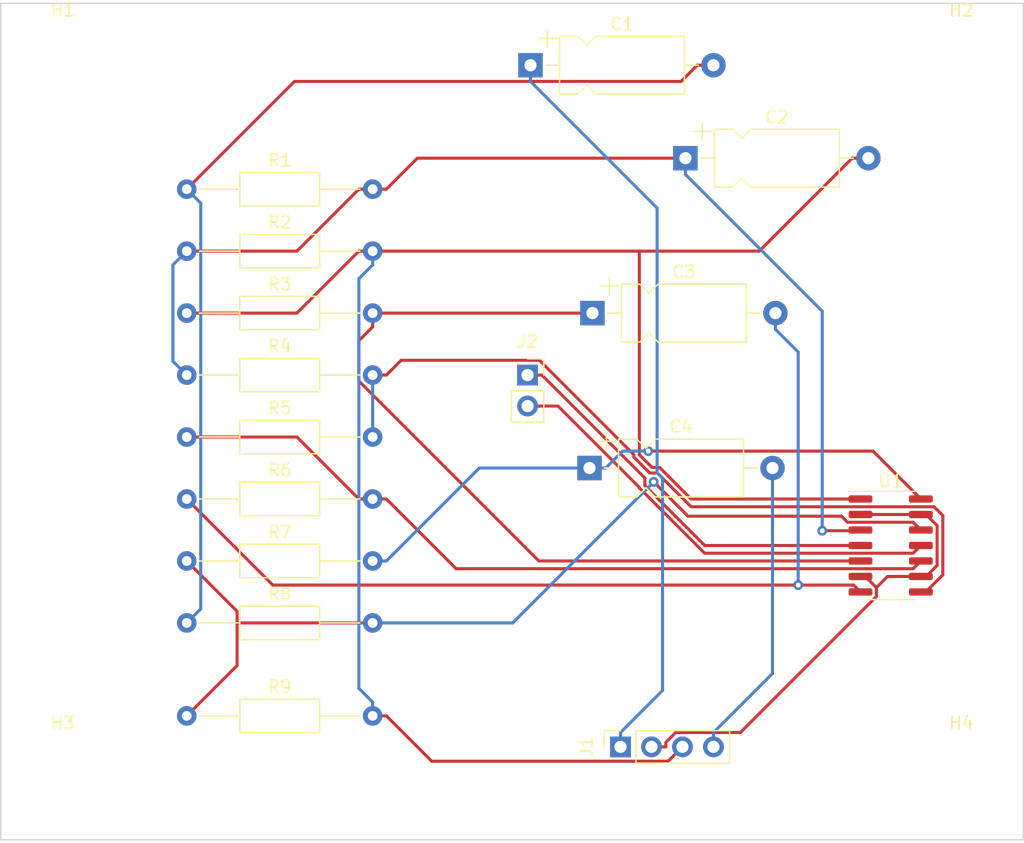
<source format=kicad_pcb>
(kicad_pcb (version 20221018) (generator pcbnew)
  (layers (0 "F.Cu" signal) (31 "B.Cu" signal) (34 "B.Paste" user) (35 "F.Paste" user) (36 "B.SilkS" user "B.Silkscreen") (37 "F.SilkS" user "F.Silkscreen") (38 "B.Mask" user) (39 "F.Mask" user) (44 "Edge.Cuts" user))
  (net 0 "")
  (net 1 "Net-(J1-Pin_1)")
  (net 2 "Net-(C1-Pad2)")
  (net 3 "Net-(U1A-+)")
  (net 4 "Net-(J1-Pin_3)")
  (net 5 "Net-(U1B-+)")
  (net 6 "Net-(C3-Pad2)")
  (net 7 "Net-(C4-Pad1)")
  (net 8 "Net-(J1-Pin_4)")
  (net 9 "GND")
  (net 10 "Net-(R4-Pad2)")
  (net 11 "Net-(U1C-+)")
  (net 12 "Net-(U1D-+)")
  (net 13 "Net-(J2-Pin_1)")
  (net 14 "Net-(J2-Pin_2)")
  (footprint "Resistor_THT:R_Axial_DIN0207_L6.3mm_D2.5mm_P15.24mm_Horizontal" (layer "F.Cu") (at 119.38 127)
    (fp_text reference "R9" (at 7.62 -2.37) (layer "F.SilkS"))
    (fp_text value "1.6M")
    (fp_line (start 1.04 0) (end 4.35 0) (stroke (width 0.12)) (layer "F.SilkS"))
    (fp_line (start 4.35 -1.37) (end 4.35 1.37) (stroke (width 0.12)) (layer "F.SilkS"))
    (fp_line (start 4.35 1.37) (end 10.89 1.37) (stroke (width 0.12)) (layer "F.SilkS"))
    (fp_line (start 10.89 -1.37) (end 4.35 -1.37) (stroke (width 0.12)) (layer "F.SilkS"))
    (fp_line (start 10.89 1.37) (end 10.89 -1.37) (stroke (width 0.12)) (layer "F.SilkS"))
    (fp_line (start 14.2 0) (end 10.89 0) (stroke (width 0.12)) (layer "F.SilkS"))
    (pad "1" thru_hole circle (at 0 0) (size 1.6 1.6) (drill 0.8) (layers "*.Cu" "*.Mask") (net 12 "Net-(U1D-+)"))
    (pad "2" thru_hole oval (at 15.24 0) (size 1.6 1.6) (drill 0.8) (layers "*.Cu" "*.Mask") (net 4 "Net-(J1-Pin_3)"))
  )
  (footprint "Resistor_THT:R_Axial_DIN0207_L6.3mm_D2.5mm_P15.24mm_Horizontal" (layer "F.Cu") (at 119.38 119.38)
    (fp_text reference "R8" (at 7.62 -2.37) (layer "F.SilkS"))
    (fp_text value "1.6M")
    (fp_line (start 1.04 0) (end 4.35 0) (stroke (width 0.12)) (layer "F.SilkS"))
    (fp_line (start 4.35 -1.37) (end 4.35 1.37) (stroke (width 0.12)) (layer "F.SilkS"))
    (fp_line (start 4.35 1.37) (end 10.89 1.37) (stroke (width 0.12)) (layer "F.SilkS"))
    (fp_line (start 10.89 -1.37) (end 4.35 -1.37) (stroke (width 0.12)) (layer "F.SilkS"))
    (fp_line (start 10.89 1.37) (end 10.89 -1.37) (stroke (width 0.12)) (layer "F.SilkS"))
    (fp_line (start 14.2 0) (end 10.89 0) (stroke (width 0.12)) (layer "F.SilkS"))
    (pad "1" thru_hole circle (at 0 0) (size 1.6 1.6) (drill 0.8) (layers "*.Cu" "*.Mask") (net 2 "Net-(C1-Pad2)"))
    (pad "2" thru_hole oval (at 15.24 0) (size 1.6 1.6) (drill 0.8) (layers "*.Cu" "*.Mask") (net 12 "Net-(U1D-+)"))
  )
  (footprint "Resistor_THT:R_Axial_DIN0207_L6.3mm_D2.5mm_P15.24mm_Horizontal" (layer "F.Cu") (at 119.38 109.22)
    (fp_text reference "R6" (at 7.62 -2.37) (layer "F.SilkS"))
    (fp_text value "100k")
    (fp_line (start 1.04 0) (end 4.35 0) (stroke (width 0.12)) (layer "F.SilkS"))
    (fp_line (start 4.35 -1.37) (end 4.35 1.37) (stroke (width 0.12)) (layer "F.SilkS"))
    (fp_line (start 4.35 1.37) (end 10.89 1.37) (stroke (width 0.12)) (layer "F.SilkS"))
    (fp_line (start 10.89 -1.37) (end 4.35 -1.37) (stroke (width 0.12)) (layer "F.SilkS"))
    (fp_line (start 10.89 1.37) (end 10.89 -1.37) (stroke (width 0.12)) (layer "F.SilkS"))
    (fp_line (start 14.2 0) (end 10.89 0) (stroke (width 0.12)) (layer "F.SilkS"))
    (pad "1" thru_hole circle (at 0 0) (size 1.6 1.6) (drill 0.8) (layers "*.Cu" "*.Mask") (net 6 "Net-(C3-Pad2)"))
    (pad "2" thru_hole oval (at 15.24 0) (size 1.6 1.6) (drill 0.8) (layers "*.Cu" "*.Mask") (net 11 "Net-(U1C-+)"))
  )
  (footprint "Connector_PinSocket_2.54mm:PinSocket_1x02_P2.54mm_Vertical" (layer "F.Cu") (at 147.32 99.06)
    (fp_text reference "J2" (at 0 -2.77) (layer "F.SilkS"))
    (fp_text value "Conn_01x02_Socket")
    (fp_line (start -1.33 1.27) (end -1.33 3.87) (stroke (width 0.12)) (layer "F.SilkS"))
    (fp_line (start -1.33 1.27) (end 1.33 1.27) (stroke (width 0.12)) (layer "F.SilkS"))
    (fp_line (start -1.33 3.87) (end 1.33 3.87) (stroke (width 0.12)) (layer "F.SilkS"))
    (fp_line (start 0 -1.33) (end 1.33 -1.33) (stroke (width 0.12)) (layer "F.SilkS"))
    (fp_line (start 1.33 -1.33) (end 1.33 0) (stroke (width 0.12)) (layer "F.SilkS"))
    (fp_line (start 1.33 1.27) (end 1.33 3.87) (stroke (width 0.12)) (layer "F.SilkS"))
    (pad "1" thru_hole rect (at 0 0) (size 1.7 1.7) (drill 1) (layers "*.Cu" "*.Mask") (net 13 "Net-(J2-Pin_1)"))
    (pad "2" thru_hole oval (at 0 2.54) (size 1.7 1.7) (drill 1) (layers "*.Cu" "*.Mask") (net 14 "Net-(J2-Pin_2)"))
  )
  (footprint "Resistor_THT:R_Axial_DIN0207_L6.3mm_D2.5mm_P15.24mm_Horizontal" (layer "F.Cu") (at 119.38 99.06)
    (fp_text reference "R4" (at 7.62 -2.37) (layer "F.SilkS"))
    (fp_text value "160k")
    (fp_line (start 1.04 0) (end 4.35 0) (stroke (width 0.12)) (layer "F.SilkS"))
    (fp_line (start 4.35 -1.37) (end 4.35 1.37) (stroke (width 0.12)) (layer "F.SilkS"))
    (fp_line (start 4.35 1.37) (end 10.89 1.37) (stroke (width 0.12)) (layer "F.SilkS"))
    (fp_line (start 10.89 -1.37) (end 4.35 -1.37) (stroke (width 0.12)) (layer "F.SilkS"))
    (fp_line (start 10.89 1.37) (end 10.89 -1.37) (stroke (width 0.12)) (layer "F.SilkS"))
    (fp_line (start 14.2 0) (end 10.89 0) (stroke (width 0.12)) (layer "F.SilkS"))
    (pad "1" thru_hole circle (at 0 0) (size 1.6 1.6) (drill 0.8) (layers "*.Cu" "*.Mask") (net 3 "Net-(U1A-+)"))
    (pad "2" thru_hole oval (at 15.24 0) (size 1.6 1.6) (drill 0.8) (layers "*.Cu" "*.Mask") (net 10 "Net-(R4-Pad2)"))
  )
  (footprint "MountingHole:MountingHole_3.5mm" (layer "F.Cu") (at 109.22 132.08)
    (fp_text reference "H3" (at 0 -4.5) (layer "F.SilkS"))
    (fp_text value "MountingHole")
    (pad "" np_thru_hole circle (at 0 0) (size 3.5 3.5) (drill 3.5) (layers "*.Cu" "*.Mask"))
  )
  (footprint "Resistor_THT:R_Axial_DIN0207_L6.3mm_D2.5mm_P15.24mm_Horizontal" (layer "F.Cu") (at 119.38 93.98)
    (fp_text reference "R3" (at 7.62 -2.37) (layer "F.SilkS"))
    (fp_text value "160k")
    (fp_line (start 1.04 0) (end 4.35 0) (stroke (width 0.12)) (layer "F.SilkS"))
    (fp_line (start 4.35 -1.37) (end 4.35 1.37) (stroke (width 0.12)) (layer "F.SilkS"))
    (fp_line (start 4.35 1.37) (end 10.89 1.37) (stroke (width 0.12)) (layer "F.SilkS"))
    (fp_line (start 10.89 -1.37) (end 4.35 -1.37) (stroke (width 0.12)) (layer "F.SilkS"))
    (fp_line (start 10.89 1.37) (end 10.89 -1.37) (stroke (width 0.12)) (layer "F.SilkS"))
    (fp_line (start 14.2 0) (end 10.89 0) (stroke (width 0.12)) (layer "F.SilkS"))
    (pad "1" thru_hole circle (at 0 0) (size 1.6 1.6) (drill 0.8) (layers "*.Cu" "*.Mask") (net 4 "Net-(J1-Pin_3)"))
    (pad "2" thru_hole oval (at 15.24 0) (size 1.6 1.6) (drill 0.8) (layers "*.Cu" "*.Mask") (net 5 "Net-(U1B-+)"))
  )
  (footprint "Resistor_THT:R_Axial_DIN0207_L6.3mm_D2.5mm_P15.24mm_Horizontal" (layer "F.Cu") (at 119.38 104.14)
    (fp_text reference "R5" (at 7.62 -2.37) (layer "F.SilkS"))
    (fp_text value "100k")
    (fp_line (start 1.04 0) (end 4.35 0) (stroke (width 0.12)) (layer "F.SilkS"))
    (fp_line (start 4.35 -1.37) (end 4.35 1.37) (stroke (width 0.12)) (layer "F.SilkS"))
    (fp_line (start 4.35 1.37) (end 10.89 1.37) (stroke (width 0.12)) (layer "F.SilkS"))
    (fp_line (start 10.89 -1.37) (end 4.35 -1.37) (stroke (width 0.12)) (layer "F.SilkS"))
    (fp_line (start 10.89 1.37) (end 10.89 -1.37) (stroke (width 0.12)) (layer "F.SilkS"))
    (fp_line (start 14.2 0) (end 10.89 0) (stroke (width 0.12)) (layer "F.SilkS"))
    (pad "1" thru_hole circle (at 0 0) (size 1.6 1.6) (drill 0.8) (layers "*.Cu" "*.Mask") (net 11 "Net-(U1C-+)"))
    (pad "2" thru_hole oval (at 15.24 0) (size 1.6 1.6) (drill 0.8) (layers "*.Cu" "*.Mask") (net 10 "Net-(R4-Pad2)"))
  )
  (footprint "Resistor_THT:R_Axial_DIN0207_L6.3mm_D2.5mm_P15.24mm_Horizontal" (layer "F.Cu") (at 119.38 114.3)
    (fp_text reference "R7" (at 7.62 -2.37) (layer "F.SilkS"))
    (fp_text value "1.6M")
    (fp_line (start 1.04 0) (end 4.35 0) (stroke (width 0.12)) (layer "F.SilkS"))
    (fp_line (start 4.35 -1.37) (end 4.35 1.37) (stroke (width 0.12)) (layer "F.SilkS"))
    (fp_line (start 4.35 1.37) (end 10.89 1.37) (stroke (width 0.12)) (layer "F.SilkS"))
    (fp_line (start 10.89 -1.37) (end 4.35 -1.37) (stroke (width 0.12)) (layer "F.SilkS"))
    (fp_line (start 10.89 1.37) (end 10.89 -1.37) (stroke (width 0.12)) (layer "F.SilkS"))
    (fp_line (start 14.2 0) (end 10.89 0) (stroke (width 0.12)) (layer "F.SilkS"))
    (pad "1" thru_hole circle (at 0 0) (size 1.6 1.6) (drill 0.8) (layers "*.Cu" "*.Mask") (net 12 "Net-(U1D-+)"))
    (pad "2" thru_hole oval (at 15.24 0) (size 1.6 1.6) (drill 0.8) (layers "*.Cu" "*.Mask") (net 7 "Net-(C4-Pad1)"))
  )
  (footprint "MountingHole:MountingHole_3.5mm" (layer "F.Cu") (at 109.22 73.66)
    (fp_text reference "H1" (at 0 -4.5) (layer "F.SilkS"))
    (fp_text value "MountingHole")
    (pad "" np_thru_hole circle (at 0 0) (size 3.5 3.5) (drill 3.5) (layers "*.Cu" "*.Mask"))
  )
  (footprint "Resistor_THT:R_Axial_DIN0207_L6.3mm_D2.5mm_P15.24mm_Horizontal" (layer "F.Cu") (at 119.38 88.9)
    (fp_text reference "R2" (at 7.62 -2.37) (layer "F.SilkS"))
    (fp_text value "160k")
    (fp_line (start 1.04 0) (end 4.35 0) (stroke (width 0.12)) (layer "F.SilkS"))
    (fp_line (start 4.35 -1.37) (end 4.35 1.37) (stroke (width 0.12)) (layer "F.SilkS"))
    (fp_line (start 4.35 1.37) (end 10.89 1.37) (stroke (width 0.12)) (layer "F.SilkS"))
    (fp_line (start 10.89 -1.37) (end 4.35 -1.37) (stroke (width 0.12)) (layer "F.SilkS"))
    (fp_line (start 10.89 1.37) (end 10.89 -1.37) (stroke (width 0.12)) (layer "F.SilkS"))
    (fp_line (start 14.2 0) (end 10.89 0) (stroke (width 0.12)) (layer "F.SilkS"))
    (pad "1" thru_hole circle (at 0 0) (size 1.6 1.6) (drill 0.8) (layers "*.Cu" "*.Mask") (net 3 "Net-(U1A-+)"))
    (pad "2" thru_hole oval (at 15.24 0) (size 1.6 1.6) (drill 0.8) (layers "*.Cu" "*.Mask") (net 4 "Net-(J1-Pin_3)"))
  )
  (footprint "Package_SO:SO-14_3.9x8.65mm_P1.27mm" (layer "F.Cu") (at 177.09 113.03)
    (fp_text reference "U1" (at 0 -5.28) (layer "F.SilkS"))
    (fp_text value "LM324")
    (fp_line (start 0 -4.435) (end -3.45 -4.435) (stroke (width 0.12)) (layer "F.SilkS"))
    (fp_line (start 0 -4.435) (end 1.95 -4.435) (stroke (width 0.12)) (layer "F.SilkS"))
    (fp_line (start 0 4.435) (end -1.95 4.435) (stroke (width 0.12)) (layer "F.SilkS"))
    (fp_line (start 0 4.435) (end 1.95 4.435) (stroke (width 0.12)) (layer "F.SilkS"))
    (pad "1" smd roundrect (at -2.475 -3.81) (size 1.95 0.6) (layers "F.Cu" "F.Paste" "F.Mask") (net 4 "Net-(J1-Pin_3)"))
    (pad "2" smd roundrect (at -2.475 -2.54) (size 1.95 0.6) (layers "F.Cu" "F.Paste" "F.Mask") (net 9 "GND"))
    (pad "3" smd roundrect (at -2.475 -1.27) (size 1.95 0.6) (layers "F.Cu" "F.Paste" "F.Mask") (net 3 "Net-(U1A-+)"))
    (pad "4" smd roundrect (at -2.475 0) (size 1.95 0.6) (layers "F.Cu" "F.Paste" "F.Mask") (net 13 "Net-(J2-Pin_1)"))
    (pad "5" smd roundrect (at -2.475 1.27) (size 1.95 0.6) (layers "F.Cu" "F.Paste" "F.Mask") (net 5 "Net-(U1B-+)"))
    (pad "6" smd roundrect (at -2.475 2.54) (size 1.95 0.6) (layers "F.Cu" "F.Paste" "F.Mask") (net 9 "GND"))
    (pad "7" smd roundrect (at -2.475 3.81) (size 1.95 0.6) (layers "F.Cu" "F.Paste" "F.Mask") (net 6 "Net-(C3-Pad2)"))
    (pad "8" smd roundrect (at 2.475 3.81) (size 1.95 0.6) (layers "F.Cu" "F.Paste" "F.Mask") (net 10 "Net-(R4-Pad2)"))
    (pad "9" smd roundrect (at 2.475 2.54) (size 1.95 0.6) (layers "F.Cu" "F.Paste" "F.Mask") (net 9 "GND"))
    (pad "10" smd roundrect (at 2.475 1.27) (size 1.95 0.6) (layers "F.Cu" "F.Paste" "F.Mask") (net 11 "Net-(U1C-+)"))
    (pad "11" smd roundrect (at 2.475 0) (size 1.95 0.6) (layers "F.Cu" "F.Paste" "F.Mask") (net 14 "Net-(J2-Pin_2)"))
    (pad "12" smd roundrect (at 2.475 -1.27) (size 1.95 0.6) (layers "F.Cu" "F.Paste" "F.Mask") (net 12 "Net-(U1D-+)"))
    (pad "13" smd roundrect (at 2.475 -2.54) (size 1.95 0.6) (layers "F.Cu" "F.Paste" "F.Mask") (net 9 "GND"))
    (pad "14" smd roundrect (at 2.475 -3.81) (size 1.95 0.6) (layers "F.Cu" "F.Paste" "F.Mask") (net 7 "Net-(C4-Pad1)"))
  )
  (footprint "Capacitor_THT:CP_Axial_L10.0mm_D4.5mm_P15.00mm_Horizontal" (layer "F.Cu") (at 152.4 106.68)
    (fp_text reference "C4" (at 7.5 -3.37) (layer "F.SilkS"))
    (fp_text value "10")
    (fp_line (start 0.63 -2.2) (end 2.13 -2.2) (stroke (width 0.12)) (layer "F.SilkS"))
    (fp_line (start 1.24 0) (end 2.38 0) (stroke (width 0.12)) (layer "F.SilkS"))
    (fp_line (start 1.38 -2.95) (end 1.38 -1.45) (stroke (width 0.12)) (layer "F.SilkS"))
    (fp_line (start 2.38 -2.37) (end 2.38 2.37) (stroke (width 0.12)) (layer "F.SilkS"))
    (fp_line (start 2.38 -2.37) (end 3.88 -2.37) (stroke (width 0.12)) (layer "F.SilkS"))
    (fp_line (start 2.38 2.37) (end 3.88 2.37) (stroke (width 0.12)) (layer "F.SilkS"))
    (fp_line (start 3.88 -2.37) (end 4.63 -1.62) (stroke (width 0.12)) (layer "F.SilkS"))
    (fp_line (start 3.88 2.37) (end 4.63 1.62) (stroke (width 0.12)) (layer "F.SilkS"))
    (fp_line (start 4.63 -1.62) (end 5.38 -2.37) (stroke (width 0.12)) (layer "F.SilkS"))
    (fp_line (start 4.63 1.62) (end 5.38 2.37) (stroke (width 0.12)) (layer "F.SilkS"))
    (fp_line (start 5.38 -2.37) (end 12.62 -2.37) (stroke (width 0.12)) (layer "F.SilkS"))
    (fp_line (start 5.38 2.37) (end 12.62 2.37) (stroke (width 0.12)) (layer "F.SilkS"))
    (fp_line (start 12.62 -2.37) (end 12.62 2.37) (stroke (width 0.12)) (layer "F.SilkS"))
    (fp_line (start 13.76 0) (end 12.62 0) (stroke (width 0.12)) (layer "F.SilkS"))
    (pad "1" thru_hole rect (at 0 0) (size 2 2) (drill 1) (layers "*.Cu" "*.Mask") (net 7 "Net-(C4-Pad1)"))
    (pad "2" thru_hole oval (at 15 0) (size 2 2) (drill 1) (layers "*.Cu" "*.Mask") (net 8 "Net-(J1-Pin_4)"))
  )
  (footprint "Capacitor_THT:CP_Axial_L10.0mm_D4.5mm_P15.00mm_Horizontal" (layer "F.Cu") (at 147.56 73.66)
    (fp_text reference "C1" (at 7.5 -3.37) (layer "F.SilkS"))
    (fp_text value "10")
    (fp_line (start 0.63 -2.2) (end 2.13 -2.2) (stroke (width 0.12)) (layer "F.SilkS"))
    (fp_line (start 1.24 0) (end 2.38 0) (stroke (width 0.12)) (layer "F.SilkS"))
    (fp_line (start 1.38 -2.95) (end 1.38 -1.45) (stroke (width 0.12)) (layer "F.SilkS"))
    (fp_line (start 2.38 -2.37) (end 2.38 2.37) (stroke (width 0.12)) (layer "F.SilkS"))
    (fp_line (start 2.38 -2.37) (end 3.88 -2.37) (stroke (width 0.12)) (layer "F.SilkS"))
    (fp_line (start 2.38 2.37) (end 3.88 2.37) (stroke (width 0.12)) (layer "F.SilkS"))
    (fp_line (start 3.88 -2.37) (end 4.63 -1.62) (stroke (width 0.12)) (layer "F.SilkS"))
    (fp_line (start 3.88 2.37) (end 4.63 1.62) (stroke (width 0.12)) (layer "F.SilkS"))
    (fp_line (start 4.63 -1.62) (end 5.38 -2.37) (stroke (width 0.12)) (layer "F.SilkS"))
    (fp_line (start 4.63 1.62) (end 5.38 2.37) (stroke (width 0.12)) (layer "F.SilkS"))
    (fp_line (start 5.38 -2.37) (end 12.62 -2.37) (stroke (width 0.12)) (layer "F.SilkS"))
    (fp_line (start 5.38 2.37) (end 12.62 2.37) (stroke (width 0.12)) (layer "F.SilkS"))
    (fp_line (start 12.62 -2.37) (end 12.62 2.37) (stroke (width 0.12)) (layer "F.SilkS"))
    (fp_line (start 13.76 0) (end 12.62 0) (stroke (width 0.12)) (layer "F.SilkS"))
    (pad "1" thru_hole rect (at 0 0) (size 2 2) (drill 1) (layers "*.Cu" "*.Mask") (net 1 "Net-(J1-Pin_1)"))
    (pad "2" thru_hole oval (at 15 0) (size 2 2) (drill 1) (layers "*.Cu" "*.Mask") (net 2 "Net-(C1-Pad2)"))
  )
  (footprint "Capacitor_THT:CP_Axial_L10.0mm_D4.5mm_P15.00mm_Horizontal" (layer "F.Cu") (at 152.64 93.98)
    (fp_text reference "C3" (at 7.5 -3.37) (layer "F.SilkS"))
    (fp_text value "0.001u")
    (fp_line (start 0.63 -2.2) (end 2.13 -2.2) (stroke (width 0.12)) (layer "F.SilkS"))
    (fp_line (start 1.24 0) (end 2.38 0) (stroke (width 0.12)) (layer "F.SilkS"))
    (fp_line (start 1.38 -2.95) (end 1.38 -1.45) (stroke (width 0.12)) (layer "F.SilkS"))
    (fp_line (start 2.38 -2.37) (end 2.38 2.37) (stroke (width 0.12)) (layer "F.SilkS"))
    (fp_line (start 2.38 -2.37) (end 3.88 -2.37) (stroke (width 0.12)) (layer "F.SilkS"))
    (fp_line (start 2.38 2.37) (end 3.88 2.37) (stroke (width 0.12)) (layer "F.SilkS"))
    (fp_line (start 3.88 -2.37) (end 4.63 -1.62) (stroke (width 0.12)) (layer "F.SilkS"))
    (fp_line (start 3.88 2.37) (end 4.63 1.62) (stroke (width 0.12)) (layer "F.SilkS"))
    (fp_line (start 4.63 -1.62) (end 5.38 -2.37) (stroke (width 0.12)) (layer "F.SilkS"))
    (fp_line (start 4.63 1.62) (end 5.38 2.37) (stroke (width 0.12)) (layer "F.SilkS"))
    (fp_line (start 5.38 -2.37) (end 12.62 -2.37) (stroke (width 0.12)) (layer "F.SilkS"))
    (fp_line (start 5.38 2.37) (end 12.62 2.37) (stroke (width 0.12)) (layer "F.SilkS"))
    (fp_line (start 12.62 -2.37) (end 12.62 2.37) (stroke (width 0.12)) (layer "F.SilkS"))
    (fp_line (start 13.76 0) (end 12.62 0) (stroke (width 0.12)) (layer "F.SilkS"))
    (pad "1" thru_hole rect (at 0 0) (size 2 2) (drill 1) (layers "*.Cu" "*.Mask") (net 5 "Net-(U1B-+)"))
    (pad "2" thru_hole oval (at 15 0) (size 2 2) (drill 1) (layers "*.Cu" "*.Mask") (net 6 "Net-(C3-Pad2)"))
  )
  (footprint "Capacitor_THT:CP_Axial_L10.0mm_D4.5mm_P15.00mm_Horizontal" (layer "F.Cu") (at 160.26 81.28)
    (fp_text reference "C2" (at 7.5 -3.37) (layer "F.SilkS"))
    (fp_text value "0.001u")
    (fp_line (start 0.63 -2.2) (end 2.13 -2.2) (stroke (width 0.12)) (layer "F.SilkS"))
    (fp_line (start 1.24 0) (end 2.38 0) (stroke (width 0.12)) (layer "F.SilkS"))
    (fp_line (start 1.38 -2.95) (end 1.38 -1.45) (stroke (width 0.12)) (layer "F.SilkS"))
    (fp_line (start 2.38 -2.37) (end 2.38 2.37) (stroke (width 0.12)) (layer "F.SilkS"))
    (fp_line (start 2.38 -2.37) (end 3.88 -2.37) (stroke (width 0.12)) (layer "F.SilkS"))
    (fp_line (start 2.38 2.37) (end 3.88 2.37) (stroke (width 0.12)) (layer "F.SilkS"))
    (fp_line (start 3.88 -2.37) (end 4.63 -1.62) (stroke (width 0.12)) (layer "F.SilkS"))
    (fp_line (start 3.88 2.37) (end 4.63 1.62) (stroke (width 0.12)) (layer "F.SilkS"))
    (fp_line (start 4.63 -1.62) (end 5.38 -2.37) (stroke (width 0.12)) (layer "F.SilkS"))
    (fp_line (start 4.63 1.62) (end 5.38 2.37) (stroke (width 0.12)) (layer "F.SilkS"))
    (fp_line (start 5.38 -2.37) (end 12.62 -2.37) (stroke (width 0.12)) (layer "F.SilkS"))
    (fp_line (start 5.38 2.37) (end 12.62 2.37) (stroke (width 0.12)) (layer "F.SilkS"))
    (fp_line (start 12.62 -2.37) (end 12.62 2.37) (stroke (width 0.12)) (layer "F.SilkS"))
    (fp_line (start 13.76 0) (end 12.62 0) (stroke (width 0.12)) (layer "F.SilkS"))
    (pad "1" thru_hole rect (at 0 0) (size 2 2) (drill 1) (layers "*.Cu" "*.Mask") (net 3 "Net-(U1A-+)"))
    (pad "2" thru_hole oval (at 15 0) (size 2 2) (drill 1) (layers "*.Cu" "*.Mask") (net 4 "Net-(J1-Pin_3)"))
  )
  (footprint "Connector_PinSocket_2.54mm:PinSocket_1x04_P2.54mm_Vertical" (layer "F.Cu") (at 154.94 129.54 90)
    (fp_text reference "J1" (at 0 -2.77 90) (layer "F.SilkS"))
    (fp_text value "Conn_01x04_Socket")
    (fp_line (start -1.33 1.27) (end -1.33 8.95) (stroke (width 0.12)) (layer "F.SilkS"))
    (fp_line (start -1.33 1.27) (end 1.33 1.27) (stroke (width 0.12)) (layer "F.SilkS"))
    (fp_line (start -1.33 8.95) (end 1.33 8.95) (stroke (width 0.12)) (layer "F.SilkS"))
    (fp_line (start 0 -1.33) (end 1.33 -1.33) (stroke (width 0.12)) (layer "F.SilkS"))
    (fp_line (start 1.33 -1.33) (end 1.33 0) (stroke (width 0.12)) (layer "F.SilkS"))
    (fp_line (start 1.33 1.27) (end 1.33 8.95) (stroke (width 0.12)) (layer "F.SilkS"))
    (pad "1" thru_hole rect (at 0 0 90) (size 1.7 1.7) (drill 1) (layers "*.Cu" "*.Mask") (net 1 "Net-(J1-Pin_1)"))
    (pad "2" thru_hole oval (at 0 2.54 90) (size 1.7 1.7) (drill 1) (layers "*.Cu" "*.Mask") (net 9 "GND"))
    (pad "3" thru_hole oval (at 0 5.08 90) (size 1.7 1.7) (drill 1) (layers "*.Cu" "*.Mask") (net 4 "Net-(J1-Pin_3)"))
    (pad "4" thru_hole oval (at 0 7.62 90) (size 1.7 1.7) (drill 1) (layers "*.Cu" "*.Mask") (net 8 "Net-(J1-Pin_4)"))
  )
  (footprint "Resistor_THT:R_Axial_DIN0207_L6.3mm_D2.5mm_P15.24mm_Horizontal" (layer "F.Cu") (at 119.38 83.82)
    (fp_text reference "R1" (at 7.62 -2.37) (layer "F.SilkS"))
    (fp_text value "1.6M")
    (fp_line (start 1.04 0) (end 4.35 0) (stroke (width 0.12)) (layer "F.SilkS"))
    (fp_line (start 4.35 -1.37) (end 4.35 1.37) (stroke (width 0.12)) (layer "F.SilkS"))
    (fp_line (start 4.35 1.37) (end 10.89 1.37) (stroke (width 0.12)) (layer "F.SilkS"))
    (fp_line (start 10.89 -1.37) (end 4.35 -1.37) (stroke (width 0.12)) (layer "F.SilkS"))
    (fp_line (start 10.89 1.37) (end 10.89 -1.37) (stroke (width 0.12)) (layer "F.SilkS"))
    (fp_line (start 14.2 0) (end 10.89 0) (stroke (width 0.12)) (layer "F.SilkS"))
    (pad "1" thru_hole circle (at 0 0) (size 1.6 1.6) (drill 0.8) (layers "*.Cu" "*.Mask") (net 2 "Net-(C1-Pad2)"))
    (pad "2" thru_hole oval (at 15.24 0) (size 1.6 1.6) (drill 0.8) (layers "*.Cu" "*.Mask") (net 3 "Net-(U1A-+)"))
  )
  (footprint "MountingHole:MountingHole_3.5mm" (layer "F.Cu") (at 182.88 132.08)
    (fp_text reference "H4" (at 0 -4.5) (layer "F.SilkS"))
    (fp_text value "MountingHole")
    (pad "" np_thru_hole circle (at 0 0) (size 3.5 3.5) (drill 3.5) (layers "*.Cu" "*.Mask"))
  )
  (footprint "MountingHole:MountingHole_3.5mm" (layer "F.Cu") (at 182.88 73.66)
    (fp_text reference "H2" (at 0 -4.5) (layer "F.SilkS"))
    (fp_text value "MountingHole")
    (pad "" np_thru_hole circle (at 0 0) (size 3.5 3.5) (drill 3.5) (layers "*.Cu" "*.Mask"))
  )
  (gr_line (start 187.96 137.16) (end 104.14 137.16) (stroke (width 0.1)) (layer "Edge.Cuts"))
  (gr_line (start 104.14 68.58) (end 187.96 68.58) (stroke (width 0.1)) (layer "Edge.Cuts"))
  (gr_line (start 104.14 137.16) (end 104.14 68.58) (stroke (width 0.1)) (layer "Edge.Cuts"))
  (gr_line (start 187.96 68.58) (end 187.96 137.16) (stroke (width 0.1)) (layer "Edge.Cuts"))
  (segment (start 157.9395 107.0688) (end 157.9394 107.0688) (width 0.25) (layer "B.Cu") (net 1))
  (segment (start 154.94 128.3631) (end 158.3878 124.9153) (width 0.25) (layer "B.Cu") (net 1))
  (segment (start 154.94 129.54) (end 154.94 128.3631) (width 0.25) (layer "B.Cu") (net 1))
  (segment (start 157.9394 85.3663) (end 147.56 74.9869) (width 0.25) (layer "B.Cu") (net 1))
  (segment (start 158.3878 124.9153) (end 158.3878 107.5171) (width 0.25) (layer "B.Cu") (net 1))
  (segment (start 157.9394 107.0688) (end 157.9394 85.3663) (width 0.25) (layer "B.Cu") (net 1))
  (segment (start 147.56 73.66) (end 147.56 74.9869) (width 0.25) (layer "B.Cu") (net 1))
  (segment (start 158.3878 107.5171) (end 157.9395 107.0688) (width 0.25) (layer "B.Cu") (net 1))
  (segment (start 162.56 73.66) (end 161.2331 73.66) (width 0.25) (layer "F.Cu") (net 2))
  (segment (start 128.2131 74.9869) (end 119.38 83.82) (width 0.25) (layer "F.Cu") (net 2))
  (segment (start 159.9062 74.9869) (end 128.2131 74.9869) (width 0.25) (layer "F.Cu") (net 2))
  (segment (start 161.2331 73.66) (end 159.9062 74.9869) (width 0.25) (layer "F.Cu") (net 2))
  (segment (start 119.38 83.82) (end 120.5263 84.9663) (width 0.25) (layer "B.Cu") (net 2))
  (segment (start 120.5263 118.2337) (end 119.38 119.38) (width 0.25) (layer "B.Cu") (net 2))
  (segment (start 120.5263 84.9663) (end 120.5263 118.2337) (width 0.25) (layer "B.Cu") (net 2))
  (segment (start 160.26 81.28) (end 138.2869 81.28) (width 0.25) (layer "F.Cu") (net 3))
  (segment (start 138.2869 81.28) (end 135.7469 83.82) (width 0.25) (layer "F.Cu") (net 3))
  (segment (start 128.4131 88.9) (end 119.38 88.9) (width 0.25) (layer "F.Cu") (net 3))
  (segment (start 133.4931 83.82) (end 128.4131 88.9) (width 0.25) (layer "F.Cu") (net 3))
  (segment (start 134.62 83.82) (end 135.7469 83.82) (width 0.25) (layer "F.Cu") (net 3))
  (segment (start 134.62 83.82) (end 133.4931 83.82) (width 0.25) (layer "F.Cu") (net 3))
  (segment (start 174.5552 111.8198) (end 171.4772 111.8198) (width 0.25) (layer "F.Cu") (net 3))
  (segment (start 174.615 111.76) (end 174.5552 111.8198) (width 0.25) (layer "F.Cu") (net 3))
  (via (at 171.4772 111.8198) (size 0.8) (drill 0.4) (layers "F.Cu" "B.Cu") (net 3))
  (segment (start 160.26 82.6069) (end 171.4772 93.8241) (width 0.25) (layer "B.Cu") (net 3))
  (segment (start 118.2429 97.9229) (end 119.38 99.06) (width 0.25) (layer "B.Cu") (net 3))
  (segment (start 119.38 88.9) (end 118.2429 90.0371) (width 0.25) (layer "B.Cu") (net 3))
  (segment (start 160.26 81.28) (end 160.26 82.6069) (width 0.25) (layer "B.Cu") (net 3))
  (segment (start 171.4772 93.8241) (end 171.4772 111.8198) (width 0.25) (layer "B.Cu") (net 3))
  (segment (start 118.2429 90.0371) (end 118.2429 97.9229) (width 0.25) (layer "B.Cu") (net 3))
  (segment (start 158.1492 106.6394) (end 157.5313 106.6394) (width 0.25) (layer "F.Cu") (net 4))
  (segment (start 134.62 127) (end 135.7469 127) (width 0.25) (layer "F.Cu") (net 4))
  (segment (start 156.4856 88.9) (end 166.3131 88.9) (width 0.25) (layer "F.Cu") (net 4))
  (segment (start 174.615 109.22) (end 160.7298 109.22) (width 0.25) (layer "F.Cu") (net 4))
  (segment (start 134.62 88.9) (end 133.4931 88.9) (width 0.25) (layer "F.Cu") (net 4))
  (segment (start 156.4856 105.5937) (end 156.4856 88.9) (width 0.25) (layer "F.Cu") (net 4))
  (segment (start 157.5313 106.6394) (end 156.4856 105.5937) (width 0.25) (layer "F.Cu") (net 4))
  (segment (start 133.4931 88.9) (end 128.4131 93.98) (width 0.25) (layer "F.Cu") (net 4))
  (segment (start 128.4131 93.98) (end 119.38 93.98) (width 0.25) (layer "F.Cu") (net 4))
  (segment (start 134.62 88.9) (end 156.4856 88.9) (width 0.25) (layer "F.Cu") (net 4))
  (segment (start 175.26 81.28) (end 173.9331 81.28) (width 0.25) (layer "F.Cu") (net 4))
  (segment (start 139.4638 130.7169) (end 135.7469 127) (width 0.25) (layer "F.Cu") (net 4))
  (segment (start 158.8431 130.7169) (end 139.4638 130.7169) (width 0.25) (layer "F.Cu") (net 4))
  (segment (start 160.7298 109.22) (end 158.1492 106.6394) (width 0.25) (layer "F.Cu") (net 4))
  (segment (start 166.3131 88.9) (end 173.9331 81.28) (width 0.25) (layer "F.Cu") (net 4))
  (segment (start 160.02 129.54) (end 158.8431 130.7169) (width 0.25) (layer "F.Cu") (net 4))
  (segment (start 134.62 127) (end 134.62 125.8731) (width 0.25) (layer "B.Cu") (net 4))
  (segment (start 134.62 125.8731) (end 133.4931 124.7462) (width 0.25) (layer "B.Cu") (net 4))
  (segment (start 133.4931 91.1538) (end 134.62 90.0269) (width 0.25) (layer "B.Cu") (net 4))
  (segment (start 133.4931 124.7462) (end 133.4931 91.1538) (width 0.25) (layer "B.Cu") (net 4))
  (segment (start 134.62 88.9) (end 134.62 90.0269) (width 0.25) (layer "B.Cu") (net 4))
  (segment (start 148.2435 114.3) (end 174.615 114.3) (width 0.25) (layer "F.Cu") (net 5))
  (segment (start 133.4908 96.2361) (end 133.4908 99.5473) (width 0.25) (layer "F.Cu") (net 5))
  (segment (start 133.4908 99.5473) (end 148.2435 114.3) (width 0.25) (layer "F.Cu") (net 5))
  (segment (start 134.62 93.98) (end 134.62 95.1069) (width 0.25) (layer "F.Cu") (net 5))
  (segment (start 152.64 93.98) (end 134.62 93.98) (width 0.25) (layer "F.Cu") (net 5))
  (segment (start 134.62 95.1069) (end 133.4908 96.2361) (width 0.25) (layer "F.Cu") (net 5))
  (segment (start 119.38 109.22) (end 126.4354 116.2754) (width 0.25) (layer "F.Cu") (net 6))
  (segment (start 174.615 116.84) (end 174.0504 116.2754) (width 0.25) (layer "F.Cu") (net 6))
  (segment (start 174.0504 116.2754) (end 169.5065 116.2754) (width 0.25) (layer "F.Cu") (net 6))
  (segment (start 126.4354 116.2754) (end 169.5065 116.2754) (width 0.25) (layer "F.Cu") (net 6))
  (via (at 169.5065 116.2754) (size 0.8) (drill 0.4) (layers "F.Cu" "B.Cu") (net 6))
  (segment (start 167.64 93.98) (end 167.64 95.3069) (width 0.25) (layer "B.Cu") (net 6))
  (segment (start 167.64 95.3069) (end 169.5065 97.1734) (width 0.25) (layer "B.Cu") (net 6))
  (segment (start 169.5065 97.1734) (end 169.5065 116.2754) (width 0.25) (layer "B.Cu") (net 6))
  (segment (start 175.6377 105.2927) (end 179.565 109.22) (width 0.25) (layer "F.Cu") (net 7))
  (segment (start 157.2125 105.2927) (end 175.6377 105.2927) (width 0.25) (layer "F.Cu") (net 7))
  (via (at 157.2125 105.2927) (size 0.8) (drill 0.4) (layers "F.Cu" "B.Cu") (net 7))
  (segment (start 134.62 114.3) (end 135.7469 114.3) (width 0.25) (layer "B.Cu") (net 7))
  (segment (start 152.4 106.68) (end 153.7269 106.68) (width 0.25) (layer "B.Cu") (net 7))
  (segment (start 143.3669 106.68) (end 152.4 106.68) (width 0.25) (layer "B.Cu") (net 7))
  (segment (start 153.7269 106.68) (end 155.1142 105.2927) (width 0.25) (layer "B.Cu") (net 7))
  (segment (start 135.7469 114.3) (end 143.3669 106.68) (width 0.25) (layer "B.Cu") (net 7))
  (segment (start 155.1142 105.2927) (end 157.2125 105.2927) (width 0.25) (layer "B.Cu") (net 7))
  (segment (start 167.4 123.5231) (end 167.4 108.0069) (width 0.25) (layer "B.Cu") (net 8))
  (segment (start 167.4 106.68) (end 167.4 108.0069) (width 0.25) (layer "B.Cu") (net 8))
  (segment (start 162.56 128.3631) (end 167.4 123.5231) (width 0.25) (layer "B.Cu") (net 8))
  (segment (start 162.56 129.54) (end 162.56 128.3631) (width 0.25) (layer "B.Cu") (net 8))
  (segment (start 179.565 110.49) (end 179.9861 110.49) (width 0.25) (layer "F.Cu") (net 9))
  (segment (start 157.48 129.54) (end 158.6569 129.54) (width 0.25) (layer "F.Cu") (net 9))
  (segment (start 164.7664 128.3631) (end 175.9197 117.2098) (width 0.25) (layer "F.Cu") (net 9))
  (segment (start 180.895 114.6687) (end 179.9937 115.57) (width 0.25) (layer "F.Cu") (net 9))
  (segment (start 158.6569 129.54) (end 158.6569 129.1721) (width 0.25) (layer "F.Cu") (net 9))
  (segment (start 176.8306 115.57) (end 175.9197 116.4809) (width 0.25) (layer "F.Cu") (net 9))
  (segment (start 179.565 115.57) (end 176.8306 115.57) (width 0.25) (layer "F.Cu") (net 9))
  (segment (start 159.4659 128.3631) (end 164.7664 128.3631) (width 0.25) (layer "F.Cu") (net 9))
  (segment (start 175.0088 115.57) (end 174.615 115.57) (width 0.25) (layer "F.Cu") (net 9))
  (segment (start 158.6569 129.1721) (end 159.4659 128.3631) (width 0.25) (layer "F.Cu") (net 9))
  (segment (start 175.9197 116.4809) (end 175.0088 115.57) (width 0.25) (layer "F.Cu") (net 9))
  (segment (start 179.9861 110.49) (end 180.895 111.3989) (width 0.25) (layer "F.Cu") (net 9))
  (segment (start 180.895 111.3989) (end 180.895 114.6687) (width 0.25) (layer "F.Cu") (net 9))
  (segment (start 179.9937 115.57) (end 179.565 115.57) (width 0.25) (layer "F.Cu") (net 9))
  (segment (start 174.615 110.49) (end 179.565 110.49) (width 0.25) (layer "F.Cu") (net 9))
  (segment (start 175.9197 117.2098) (end 175.9197 116.4809) (width 0.25) (layer "F.Cu") (net 9))
  (segment (start 160.7257 109.855) (end 157.962 107.0913) (width 0.25) (layer "F.Cu") (net 10))
  (segment (start 181.365 110.5774) (end 180.6426 109.855) (width 0.25) (layer "F.Cu") (net 10))
  (segment (start 156.0337 105.7853) (end 156.0337 105.5879) (width 0.25) (layer "F.Cu") (net 10))
  (segment (start 157.3397 107.0913) (end 156.0337 105.7853) (width 0.25) (layer "F.Cu") (net 10))
  (segment (start 148.2928 97.847) (end 136.9599 97.847) (width 0.25) (layer "F.Cu") (net 10))
  (segment (start 134.62 99.06) (end 135.7469 99.06) (width 0.25) (layer "F.Cu") (net 10))
  (segment (start 156.0337 105.5879) (end 148.2928 97.847) (width 0.25) (layer "F.Cu") (net 10))
  (segment (start 136.9599 97.847) (end 135.7469 99.06) (width 0.25) (layer "F.Cu") (net 10))
  (segment (start 181.365 115.4392) (end 181.365 110.5774) (width 0.25) (layer "F.Cu") (net 10))
  (segment (start 179.9642 116.84) (end 181.365 115.4392) (width 0.25) (layer "F.Cu") (net 10))
  (segment (start 157.962 107.0913) (end 157.3397 107.0913) (width 0.25) (layer "F.Cu") (net 10))
  (segment (start 180.6426 109.855) (end 160.7257 109.855) (width 0.25) (layer "F.Cu") (net 10))
  (segment (start 179.565 116.84) (end 179.9642 116.84) (width 0.25) (layer "F.Cu") (net 10))
  (segment (start 134.62 104.14) (end 134.62 99.06) (width 0.25) (layer "B.Cu") (net 10))
  (segment (start 179.565 114.3) (end 178.9315 114.9335) (width 0.25) (layer "F.Cu") (net 11))
  (segment (start 128.4131 104.14) (end 133.4931 109.22) (width 0.25) (layer "F.Cu") (net 11))
  (segment (start 134.62 109.22) (end 135.7469 109.22) (width 0.25) (layer "F.Cu") (net 11))
  (segment (start 119.38 104.14) (end 128.4131 104.14) (width 0.25) (layer "F.Cu") (net 11))
  (segment (start 178.9315 114.9335) (end 141.4604 114.9335) (width 0.25) (layer "F.Cu") (net 11))
  (segment (start 141.4604 114.9335) (end 135.7469 109.22) (width 0.25) (layer "F.Cu") (net 11))
  (segment (start 134.62 109.22) (end 133.4931 109.22) (width 0.25) (layer "F.Cu") (net 11))
  (segment (start 123.5083 119.38) (end 123.5083 122.8717) (width 0.25) (layer "F.Cu") (net 12))
  (segment (start 157.6609 107.8182) (end 160.4726 110.6299) (width 0.25) (layer "F.Cu") (net 12))
  (segment (start 173.0532 110.6299) (end 173.5483 111.125) (width 0.25) (layer "F.Cu") (net 12))
  (segment (start 119.38 114.3) (end 123.5083 118.4283) (width 0.25) (layer "F.Cu") (net 12))
  (segment (start 178.93 111.125) (end 179.565 111.76) (width 0.25) (layer "F.Cu") (net 12))
  (segment (start 123.5083 122.8717) (end 119.38 127) (width 0.25) (layer "F.Cu") (net 12))
  (segment (start 123.5083 118.4283) (end 123.5083 119.38) (width 0.25) (layer "F.Cu") (net 12))
  (segment (start 173.5483 111.125) (end 178.93 111.125) (width 0.25) (layer "F.Cu") (net 12))
  (segment (start 123.5083 119.38) (end 134.62 119.38) (width 0.25) (layer "F.Cu") (net 12))
  (segment (start 160.4726 110.6299) (end 173.0532 110.6299) (width 0.25) (layer "F.Cu") (net 12))
  (via (at 157.6609 107.8182) (size 0.8) (drill 0.4) (layers "F.Cu" "B.Cu") (net 12))
  (segment (start 134.62 119.38) (end 146.0991 119.38) (width 0.25) (layer "B.Cu") (net 12))
  (segment (start 146.0991 119.38) (end 157.6609 107.8182) (width 0.25) (layer "B.Cu") (net 12))
  (segment (start 161.8448 113.03) (end 174.615 113.03) (width 0.25) (layer "F.Cu") (net 13))
  (segment (start 148.4969 99.06) (end 156.934 107.4971) (width 0.25) (layer "F.Cu") (net 13))
  (segment (start 147.32 99.06) (end 148.4969 99.06) (width 0.25) (layer "F.Cu") (net 13))
  (segment (start 156.934 108.1192) (end 161.8448 113.03) (width 0.25) (layer "F.Cu") (net 13))
  (segment (start 156.934 107.4971) (end 156.934 108.1192) (width 0.25) (layer "F.Cu") (net 13))
  (segment (start 161.8394 113.6637) (end 178.9313 113.6637) (width 0.25) (layer "F.Cu") (net 14))
  (segment (start 178.9313 113.6637) (end 179.565 113.03) (width 0.25) (layer "F.Cu") (net 14))
  (segment (start 149.8155 101.6) (end 156.4821 108.2666) (width 0.25) (layer "F.Cu") (net 14))
  (segment (start 156.4821 108.3064) (end 161.8394 113.6637) (width 0.25) (layer "F.Cu") (net 14))
  (segment (start 156.4821 108.2666) (end 156.4821 108.3064) (width 0.25) (layer "F.Cu") (net 14))
  (segment (start 148.4969 101.6) (end 149.8155 101.6) (width 0.25) (layer "F.Cu") (net 14))
  (segment (start 147.32 101.6) (end 148.4969 101.6) (width 0.25) (layer "F.Cu") (net 14))
)
</source>
